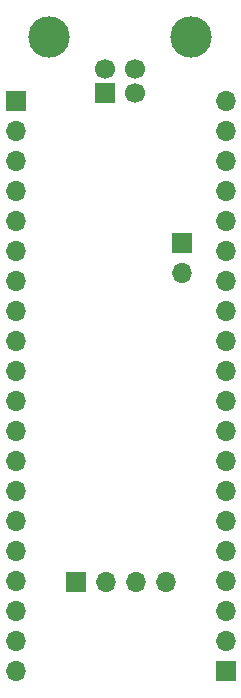
<source format=gbr>
%TF.GenerationSoftware,KiCad,Pcbnew,(6.0.11)*%
%TF.CreationDate,2024-08-13T15:35:31-05:00*%
%TF.ProjectId,PicoAlt,5069636f-416c-4742-9e6b-696361645f70,rev?*%
%TF.SameCoordinates,Original*%
%TF.FileFunction,Soldermask,Bot*%
%TF.FilePolarity,Negative*%
%FSLAX46Y46*%
G04 Gerber Fmt 4.6, Leading zero omitted, Abs format (unit mm)*
G04 Created by KiCad (PCBNEW (6.0.11)) date 2024-08-13 15:35:31*
%MOMM*%
%LPD*%
G01*
G04 APERTURE LIST*
%ADD10R,1.700000X1.700000*%
%ADD11C,1.700000*%
%ADD12C,3.500000*%
%ADD13O,1.700000X1.700000*%
G04 APERTURE END LIST*
D10*
%TO.C,J2*%
X147290000Y-78040000D03*
D11*
X149790000Y-78040000D03*
X149790000Y-76040000D03*
X147290000Y-76040000D03*
D12*
X154560000Y-73330000D03*
X142520000Y-73330000D03*
%TD*%
D10*
%TO.C,J3*%
X144770000Y-119460000D03*
D13*
X147310000Y-119460000D03*
X149850000Y-119460000D03*
X152390000Y-119460000D03*
%TD*%
D10*
%TO.C,JP1*%
X153790000Y-90760000D03*
D13*
X153790000Y-93300000D03*
%TD*%
D10*
%TO.C,J5*%
X157480000Y-127000000D03*
D13*
X157480000Y-124460000D03*
X157480000Y-121920000D03*
X157480000Y-119380000D03*
X157480000Y-116840000D03*
X157480000Y-114300000D03*
X157480000Y-111760000D03*
X157480000Y-109220000D03*
X157480000Y-106680000D03*
X157480000Y-104140000D03*
X157480000Y-101600000D03*
X157480000Y-99060000D03*
X157480000Y-96520000D03*
X157480000Y-93980000D03*
X157480000Y-91440000D03*
X157480000Y-88900000D03*
X157480000Y-86360000D03*
X157480000Y-83820000D03*
X157480000Y-81280000D03*
X157480000Y-78740000D03*
%TD*%
D10*
%TO.C,J4*%
X139700000Y-78740000D03*
D13*
X139700000Y-81280000D03*
X139700000Y-83820000D03*
X139700000Y-86360000D03*
X139700000Y-88900000D03*
X139700000Y-91440000D03*
X139700000Y-93980000D03*
X139700000Y-96520000D03*
X139700000Y-99060000D03*
X139700000Y-101600000D03*
X139700000Y-104140000D03*
X139700000Y-106680000D03*
X139700000Y-109220000D03*
X139700000Y-111760000D03*
X139700000Y-114300000D03*
X139700000Y-116840000D03*
X139700000Y-119380000D03*
X139700000Y-121920000D03*
X139700000Y-124460000D03*
X139700000Y-127000000D03*
%TD*%
M02*

</source>
